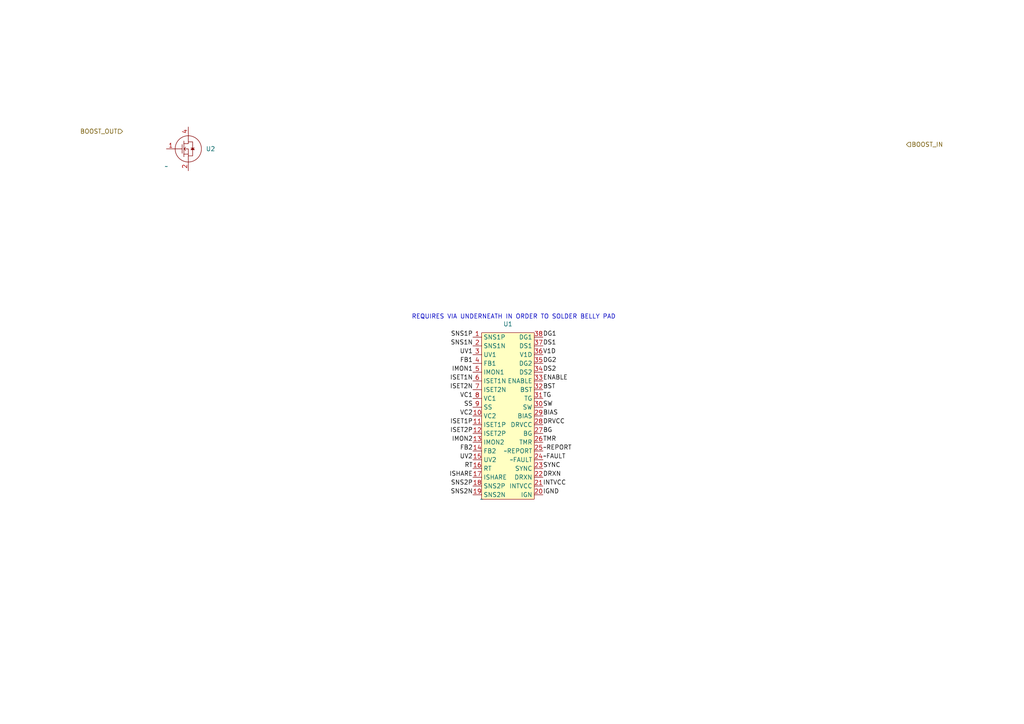
<source format=kicad_sch>
(kicad_sch (version 20230121) (generator eeschema)
  (paper "A4")
  (lib_symbols
    (symbol "my parts:IPB032N10N5"
      (property "Reference" "U" (at 0 0 0))
      (symbol "IPB032N10N5_0_1"
        (polyline (pts (xy 4.572 6.35) (xy 4.572 3.81)))
        (polyline (pts (xy 5.08 7.366) (xy 5.08 2.794)))
        (polyline (pts (xy 6.35 3.556) (xy 5.08 3.556)))
        (polyline (pts (xy 6.35 6.604) (xy 5.08 6.604)))
        (polyline (pts (xy 6.35 6.604) (xy 6.35 8.89)))
        (polyline (pts (xy 2.54 5.08) (xy 4.318 5.08) (xy 4.572 5.08)))
        (polyline (pts (xy 7.62 5.334) (xy 7.62 7.112) (xy 6.35 7.112)))
        (polyline (pts (xy 8.128 5.334) (xy 7.112 5.334) (xy 7.62 5.334)))
        (polyline (pts (xy 6.35 1.27) (xy 6.35 5.08) (xy 5.08 5.08) (xy 5.588 5.588) (xy 5.08 5.08) (xy 5.588 4.572)))
        (polyline (pts (xy 6.35 3.048) (xy 7.62 3.048) (xy 7.62 4.826) (xy 8.128 4.826) (xy 7.62 5.334) (xy 7.112 4.826) (xy 7.62 4.826) (xy 7.62 5.334) (xy 7.874 5.08) (xy 7.62 4.826) (xy 7.366 5.08) (xy 7.366 4.826) (xy 7.874 4.826) (xy 7.874 5.08) (xy 7.366 5.08)))
        (circle (center 6.35 5.08) (radius 3.81))
      )
      (symbol "IPB032N10N5_1_1"
        (pin input line (at 0 5.08 0) (length 2.54) (name "") (number "1"))
        (pin input line (at 6.35 -1.27 90) (length 2.54) (name "") (number "2"))
        (pin input line (at 6.35 -1.27 90) (length 2.54) hide (name "") (number "3"))
        (pin input line (at 6.35 11.43 270) (length 2.54) (name "") (number "4"))
        (pin input line (at 6.35 -1.27 90) (length 2.54) hide (name "") (number "5"))
        (pin input line (at 6.35 -1.27 90) (length 2.54) hide (name "") (number "6"))
        (pin input line (at 6.35 -1.27 90) (length 2.54) hide (name "") (number "7"))
      )
    )
    (symbol "my parts:LT8228"
      (property "Reference" "U" (at 0 0 0))
      (symbol "LT8228_1_1"
        (rectangle (start 0 48.26) (end 15.24 0) (fill (type background)))
        (pin input line (at -2.54 46.99 0) (length 2.54) (name "SNS1P") (number "1"))
        (pin input line (at -2.54 24.13 0) (length 2.54) (name "VC2") (number "10"))
        (pin input line (at -2.54 21.59 0) (length 2.54) (name "ISET1P") (number "11"))
        (pin input line (at -2.54 19.05 0) (length 2.54) (name "ISET2P") (number "12"))
        (pin input line (at -2.54 16.51 0) (length 2.54) (name "IMON2") (number "13"))
        (pin input line (at -2.54 13.97 0) (length 2.54) (name "FB2") (number "14"))
        (pin input line (at -2.54 11.43 0) (length 2.54) (name "UV2") (number "15"))
        (pin input line (at -2.54 8.89 0) (length 2.54) (name "RT") (number "16"))
        (pin input line (at -2.54 6.35 0) (length 2.54) (name "ISHARE") (number "17"))
        (pin input line (at -2.54 3.81 0) (length 2.54) (name "SNS2P") (number "18"))
        (pin input line (at -2.54 1.27 0) (length 2.54) (name "SNS2N") (number "19"))
        (pin input line (at -2.54 44.45 0) (length 2.54) (name "SNS1N") (number "2"))
        (pin input line (at 17.78 1.27 180) (length 2.54) (name "IGN") (number "20"))
        (pin input line (at 17.78 3.81 180) (length 2.54) (name "INTVCC") (number "21"))
        (pin input line (at 17.78 6.35 180) (length 2.54) (name "DRXN") (number "22"))
        (pin input line (at 17.78 8.89 180) (length 2.54) (name "SYNC") (number "23"))
        (pin input line (at 17.78 11.43 180) (length 2.54) (name "~FAULT") (number "24"))
        (pin input line (at 17.78 13.97 180) (length 2.54) (name "~REPORT") (number "25"))
        (pin input line (at 17.78 16.51 180) (length 2.54) (name "TMR") (number "26"))
        (pin input line (at 17.78 19.05 180) (length 2.54) (name "BG") (number "27"))
        (pin input line (at 17.78 21.59 180) (length 2.54) (name "DRVCC") (number "28"))
        (pin input line (at 17.78 24.13 180) (length 2.54) (name "BIAS") (number "29"))
        (pin input line (at -2.54 41.91 0) (length 2.54) (name "UV1") (number "3"))
        (pin input line (at 17.78 26.67 180) (length 2.54) (name "SW") (number "30"))
        (pin input line (at 17.78 29.21 180) (length 2.54) (name "TG") (number "31"))
        (pin input line (at 17.78 31.75 180) (length 2.54) (name "BST") (number "32"))
        (pin input line (at 17.78 34.29 180) (length 2.54) (name "ENABLE") (number "33"))
        (pin input line (at 17.78 36.83 180) (length 2.54) (name "DS2") (number "34"))
        (pin input line (at 17.78 39.37 180) (length 2.54) (name "DG2") (number "35"))
        (pin input line (at 17.78 41.91 180) (length 2.54) (name "V1D") (number "36"))
        (pin input line (at 17.78 44.45 180) (length 2.54) (name "DS1") (number "37"))
        (pin input line (at 17.78 46.99 180) (length 2.54) (name "DG1") (number "38"))
        (pin input line (at -2.54 39.37 0) (length 2.54) (name "FB1") (number "4"))
        (pin input line (at -2.54 36.83 0) (length 2.54) (name "IMON1") (number "5"))
        (pin input line (at -2.54 34.29 0) (length 2.54) (name "ISET1N") (number "6"))
        (pin input line (at -2.54 31.75 0) (length 2.54) (name "ISET2N") (number "7"))
        (pin input line (at -2.54 29.21 0) (length 2.54) (name "VC1") (number "8"))
        (pin input line (at -2.54 26.67 0) (length 2.54) (name "SS") (number "9"))
      )
    )
  )
  (text "REQUIRES VIA UNDERNEATH IN ORDER TO SOLDER BELLY PAD" (at 119.38 92.71 0) (effects (font (size 1.27 1.27)) (justify left bottom)))
  (label "FB1" (at 137.16 105.41 180))
  (label "IMON1" (at 137.16 107.95 180))
  (label "SW" (at 157.48 118.11 0))
  (label "ISHARE" (at 137.16 138.43 180))
  (label "V1D" (at 157.48 102.87 0))
  (label "VC2" (at 137.16 120.65 180))
  (label "ENABLE" (at 157.48 110.49 0))
  (label "~FAULT" (at 157.48 133.35 0))
  (label "IMON2" (at 137.16 128.27 180))
  (label "DG1" (at 157.48 97.79 0))
  (label "SNS1N" (at 137.16 100.33 180))
  (label "DS2" (at 157.48 107.95 0))
  (label "SNS2P" (at 137.16 140.97 180))
  (label "DRVCC" (at 157.48 123.19 0))
  (label "ISET1N" (at 137.16 110.49 180))
  (label "UV1" (at 137.16 102.87 180))
  (label "DRXN" (at 157.48 138.43 0))
  (label "RT" (at 137.16 135.89 180))
  (label "SNS1P" (at 137.16 97.79 180))
  (label "IGND" (at 157.48 143.51 0))
  (label "SS" (at 137.16 118.11 180))
  (label "~REPORT" (at 157.48 130.81 0))
  (label "UV2" (at 137.16 133.35 180))
  (label "INTVCC" (at 157.48 140.97 0))
  (label "TMR" (at 157.48 128.27 0))
  (label "BG" (at 157.48 125.73 0))
  (label "ISET1P" (at 137.16 123.19 180))
  (label "BST" (at 157.48 113.03 0))
  (label "ISET2N" (at 137.16 113.03 180))
  (label "ISET2P" (at 137.16 125.73 180))
  (label "VC1" (at 137.16 115.57 180))
  (label "SNS2N" (at 137.16 143.51 180))
  (label "SYNC" (at 157.48 135.89 0))
  (label "FB2" (at 137.16 130.81 180))
  (label "DG2" (at 157.48 105.41 0))
  (label "TG" (at 157.48 115.57 0))
  (label "DS1" (at 157.48 100.33 0))
  (label "BIAS" (at 157.48 120.65 0))
  (hierarchical_label "BOOST_IN" (shape input) (at 262.89 41.91 0))
  (hierarchical_label "BOOST_OUT" (shape input) (at 35.56 38.1 180))
  (symbol (lib_id "my parts:IPB032N10N5") (at 48.26 48.26 0) (unit 1)
    (property "Reference" "U2" (at 59.69 43.18 0) (effects (justify left)))
    (property "Value" "~" (at 48.26 48.26 0))
    (property "Footprint" "Package_TO_SOT_SMD:TO-263-6" (effects hide))
    (instances (project "fuck_it_power_board" (path "" (reference "U2") (unit 1)) (path "" (reference "U1") (unit 1))))
  )
  (symbol (lib_id "my parts:LT8228") (at 139.7 144.78 0) (unit 1)
    (property "Reference" "U1" (at 147.32 93.98 0))
    (property "Value" "~" (at 139.7 144.78 0))
    (property "Footprint" "Package_SO:TSSOP-38_4.4x9.7mm_P0.5mm" (effects hide))
    (instances (project "fuck_it_power_board" (path "" (reference "U1") (unit 1)) (path "" (reference "U2") (unit 1))))
  )
)
</source>
